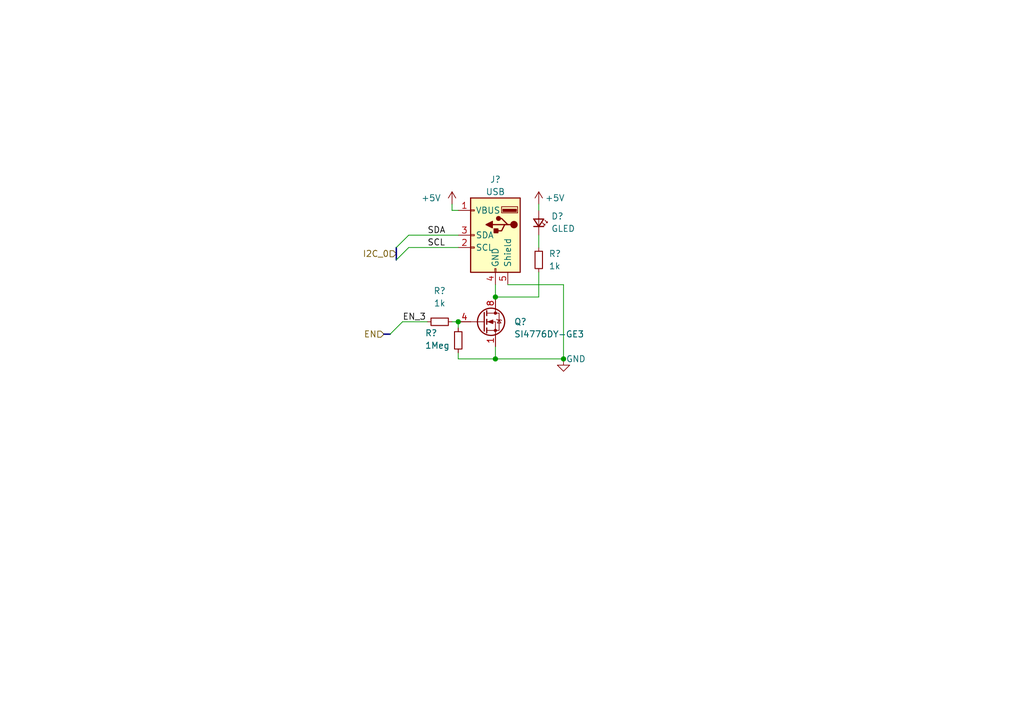
<source format=kicad_sch>
(kicad_sch (version 20211123) (generator eeschema)
  (paper "A5")
  (title_block (date "2022-12-27") (rev "0.1") (company "ncAudio"))
  (lib_symbols
    (symbol "Device:LED_Small" (pin_numbers hide) (pin_names (offset 0.254) hide)
      (property "Reference" "D" (at -1.27 3.175 0))
      (property "Value" "LED_Small" (at -4.445 -2.54 0))
      (symbol "LED_Small_0_1"
        (polyline (pts (xy -0.762 -1.016) (xy -0.762 1.016)) (stroke (width 0.254)))
        (polyline (pts (xy 1.016 0) (xy -0.762 0)))
        (polyline (pts (xy 0.762 -1.016) (xy -0.762 0) (xy 0.762 1.016) (xy 0.762 -1.016)) (stroke (width 0.254)))
        (polyline (pts (xy 0 0.762) (xy -0.508 1.27) (xy -0.254 1.27) (xy -0.508 1.27) (xy -0.508 1.016)))
        (polyline (pts (xy 0.508 1.27) (xy 0 1.778) (xy 0.254 1.778) (xy 0 1.778) (xy 0 1.524)))
      )
      (symbol "LED_Small_1_1"
        (pin passive line (at -2.54 0 0) (length 1.778) (name "K") (number "1"))
        (pin passive line (at 2.54 0 180) (length 1.778) (name "A") (number "2"))
      )
    )
    (symbol "Device:R_Small" (pin_numbers hide) (pin_names (offset 0.254) hide)
      (property "Reference" "R" (at 0.762 0.508 0))
      (property "Value" "R_Small" (at 0.762 -1.016 0))
      (symbol "R_Small_0_1"
        (rectangle (start -0.762 1.778) (end 0.762 -1.778) (stroke (width 0.2032)))
      )
      (symbol "R_Small_1_1"
        (pin passive line (at 0 2.54 270) (length 0.762) (name "~") (number "1"))
        (pin passive line (at 0 -2.54 90) (length 0.762) (name "~") (number "2"))
      )
    )
    (symbol "Transistor_FET:Si4162DY" (pin_names hide)
      (property "Reference" "Q" (at 5.08 2.54 0))
      (property "Value" "Si4162DY" (at 5.08 0 0))
      (symbol "Si4162DY_0_1"
        (polyline (pts (xy 0.254 0) (xy -2.54 0)))
        (polyline (pts (xy 0.254 1.905) (xy 0.254 -1.905)) (stroke (width 0.254)))
        (polyline (pts (xy 0.762 -1.27) (xy 0.762 -2.286)) (stroke (width 0.254)))
        (polyline (pts (xy 0.762 0.508) (xy 0.762 -0.508)) (stroke (width 0.254)))
        (polyline (pts (xy 0.762 2.286) (xy 0.762 1.27)) (stroke (width 0.254)))
        (polyline (pts (xy 2.54 2.54) (xy 2.54 1.778)))
        (polyline (pts (xy 2.54 -2.54) (xy 2.54 0) (xy 0.762 0)))
        (polyline (pts (xy 0.762 -1.778) (xy 3.302 -1.778) (xy 3.302 1.778) (xy 0.762 1.778)))
        (polyline (pts (xy 1.016 0) (xy 2.032 0.381) (xy 2.032 -0.381) (xy 1.016 0)) (fill (type outline)))
        (polyline (pts (xy 2.794 0.508) (xy 2.921 0.381) (xy 3.683 0.381) (xy 3.81 0.254)))
        (polyline (pts (xy 3.302 0.381) (xy 2.921 -0.254) (xy 3.683 -0.254) (xy 3.302 0.381)))
        (circle (center 1.651 0) (radius 2.794) (stroke (width 0.254)))
        (circle (center 2.54 -1.778) (radius 0.254) (fill (type outline)))
        (circle (center 2.54 1.778) (radius 0.254) (fill (type outline)))
      )
      (symbol "Si4162DY_1_1"
        (pin passive line (at 2.54 -5.08 90) (length 2.54) (name "S") (number "1"))
        (pin passive line (at 2.54 -5.08 90) (length 2.54) hide (name "S") (number "2"))
        (pin passive line (at 2.54 -5.08 90) (length 2.54) hide (name "S") (number "3"))
        (pin input line (at -5.08 0 0) (length 2.54) (name "G") (number "4"))
        (pin passive line (at 2.54 5.08 270) (length 2.54) hide (name "D") (number "5"))
        (pin passive line (at 2.54 5.08 270) (length 2.54) hide (name "D") (number "6"))
        (pin passive line (at 2.54 5.08 270) (length 2.54) hide (name "D") (number "7"))
        (pin passive line (at 2.54 5.08 270) (length 2.54) (name "D") (number "8"))
      )
    )
    (symbol "USB_A_1" (pin_names (offset 1.016))
      (property "Reference" "J?" (at -8.89 6.35 0))
      (property "Value" "USB_A_1" (at -8.89 3.81 0))
      (symbol "USB_A_1_0_1"
        (rectangle (start -5.08 -7.62) (end 5.08 7.62) (stroke (width 0.254)) (fill (type background)))
        (circle (center -3.81 2.159) (radius 0.635) (stroke (width 0.254)) (fill (type outline)))
        (rectangle (start -1.524 4.826) (end -4.318 5.334) (fill (type outline)))
        (rectangle (start -1.27 4.572) (end -4.572 5.842))
        (circle (center -0.635 3.429) (radius 0.381) (stroke (width 0.254)) (fill (type outline)))
        (rectangle (start -0.127 -7.62) (end 0.127 -6.858))
        (polyline (pts (xy -3.175 2.159) (xy -2.54 2.159) (xy -1.27 3.429) (xy -0.635 3.429)) (stroke (width 0.254)))
        (polyline (pts (xy -2.54 2.159) (xy -1.905 2.159) (xy -1.27 0.889) (xy 0 0.889)) (stroke (width 0.254)))
        (polyline (pts (xy 0.635 2.794) (xy 0.635 1.524) (xy 1.905 2.159) (xy 0.635 2.794)) (stroke (width 0.254)) (fill (type outline)))
        (rectangle (start 0.254 1.27) (end -0.508 0.508) (stroke (width 0.254)) (fill (type outline)))
        (rectangle (start 5.08 -2.667) (end 4.318 -2.413))
        (rectangle (start 5.08 -0.127) (end 4.318 0.127))
        (rectangle (start 5.08 4.953) (end 4.318 5.207))
      )
      (symbol "USB_A_1_1_1"
        (polyline (pts (xy -1.905 2.159) (xy 0.635 2.159)) (stroke (width 0.254)))
        (pin power_in line (at 7.62 5.08 180) (length 2.54) (name "VBUS") (number "1"))
        (pin bidirectional line (at 7.62 -2.54 180) (length 2.54) (name "SCL") (number "2"))
        (pin bidirectional line (at 7.62 0 180) (length 2.54) (name "SDA") (number "3"))
        (pin power_in line (at 0 -10.16 90) (length 2.54) (name "GND") (number "4"))
        (pin passive line (at -2.54 -10.16 90) (length 2.54) (name "Shield") (number "5"))
      )
    )
    (symbol "power:+5V" (power) (pin_names (offset 0))
      (property "Value" "+5V" (at 0 3.556 0))
      (symbol "+5V_0_1"
        (polyline (pts (xy -0.762 1.27) (xy 0 2.54)))
        (polyline (pts (xy 0 0) (xy 0 2.54)))
        (polyline (pts (xy 0 2.54) (xy 0.762 1.27)))
      )
      (symbol "+5V_1_1"
        (pin power_in line (at 0 0 90) (length 0) hide (name "+5V") (number "1"))
      )
    )
    (symbol "power:GND" (power) (pin_names (offset 0))
      (property "Value" "GND" (at 0 -3.81 0))
      (symbol "GND_0_1"
        (polyline (pts (xy 0 0) (xy 0 -1.27) (xy 1.27 -1.27) (xy 0 -2.54) (xy -1.27 -1.27) (xy 0 -1.27)))
      )
      (symbol "GND_1_1"
        (pin power_in line (at 0 0 270) (length 0) hide (name "GND") (number "1"))
      )
    )
  )
  (junction (at 101.6 60.96))
  (junction (at 93.98 66.04))
  (junction (at 115.57 73.66))
  (junction (at 101.6 73.66))
  (bus_entry (at 83.82 48.26) (size -2.54 2.54))
  (bus_entry (at 83.82 50.8) (size -2.54 2.54))
  (bus_entry (at 82.55 66.04) (size -2.54 2.54))
  (wire (pts (xy 110.49 41.91) (xy 110.49 43.18)))
  (wire (pts (xy 110.49 55.88) (xy 110.49 60.96)))
  (wire (pts (xy 101.6 73.66) (xy 115.57 73.66)))
  (wire (pts (xy 92.71 66.04) (xy 93.98 66.04)))
  (wire (pts (xy 83.82 48.26) (xy 93.98 48.26)))
  (wire (pts (xy 115.57 58.42) (xy 104.14 58.42)))
  (wire (pts (xy 115.57 73.66) (xy 115.57 58.42)))
  (wire (pts (xy 93.98 72.39) (xy 93.98 73.66)))
  (wire (pts (xy 92.71 41.91) (xy 92.71 43.18)))
  (wire (pts (xy 83.82 50.8) (xy 93.98 50.8)))
  (wire (pts (xy 101.6 58.42) (xy 101.6 60.96)))
  (wire (pts (xy 92.71 43.18) (xy 93.98 43.18)))
  (wire (pts (xy 93.98 66.04) (xy 93.98 67.31)))
  (bus (pts (xy 78.74 68.58) (xy 80.01 68.58)))
  (wire (pts (xy 82.55 66.04) (xy 87.63 66.04)))
  (wire (pts (xy 101.6 73.66) (xy 101.6 71.12)))
  (wire (pts (xy 93.98 73.66) (xy 101.6 73.66)))
  (wire (pts (xy 110.49 60.96) (xy 101.6 60.96)))
  (bus (pts (xy 81.28 50.8) (xy 81.28 53.34)))
  (wire (pts (xy 110.49 48.26) (xy 110.49 50.8)))
  (label "SDA" (at 87.63 48.26 0))
  (label "EN_3" (at 82.55 66.04 0))
  (label "SCL" (at 87.6284 50.8 0))
  (hierarchical_label "EN" (shape input) (at 78.74 68.58 180))
  (hierarchical_label "I2C_0" (shape input) (at 81.28 52.07 180))
  (symbol (lib_id "Device:LED_Small") (at 110.49 45.72 270) (mirror x) (unit 1)
    (property "Reference" "D?" (at 113.03 44.3864 90) (effects (justify left)))
    (property "Value" "GLED" (at 113.03 46.9264 90) (effects (justify left)))
  )
  (symbol (lib_id "power:+5V") (at 110.49 41.91 0) (unit 1)
    (property "Reference" "#PWR?" (effects hide))
    (property "Value" "~" (at 111.76 40.64 0) (effects (justify left)))
  )
  (symbol (lib_id "Device:R_Small") (at 93.98 69.85 0) (unit 1)
    (property "Reference" "R?" (at 87.1354 68.3555 0) (effects (justify left)))
    (property "Value" "1Meg" (at 87.1354 70.8955 0) (effects (justify left)))
  )
  (symbol (lib_id "power:GND") (at 115.57 73.66 0) (unit 1)
    (property "Reference" "#PWR?" (effects hide))
    (property "Value" "~" (at 118.11 73.66 0))
  )
  (symbol (lib_id "Device:R_Small") (at 110.49 53.34 180) (unit 1)
    (property "Reference" "R?" (at 112.5301 52.0699 0) (effects (justify right)))
    (property "Value" "1k" (at 112.5301 54.6099 0) (effects (justify right)))
  )
  (symbol (lib_id "Transistor_FET:Si4162DY") (at 99.06 66.04 0) (unit 1)
    (property "Reference" "Q?" (at 105.41 66.04 0) (effects (justify left)))
    (property "Value" "SI4776DY-GE3" (at 105.41 68.58 0) (effects (justify left)))
    (property "Datasheet" "http://www.vishay.com/docs/68967/si4162dy.pdf" (effects hide))
  )
  (symbol (lib_id "Device:R_Small") (at 90.17 66.04 90) (unit 1)
    (property "Reference" "R?" (at 90.17 59.69 90))
    (property "Value" "1k" (at 90.17 62.23 90))
  )
  (symbol (lib_name "USB_A_1") (lib_id "Connector:USB_A") (at 101.6 48.26 0) (mirror y) (unit 1)
    (property "Reference" "J?" (at 101.6 36.83 0))
    (property "Value" "USB" (at 101.6 39.37 0))
    (property "Datasheet" " ~" (effects hide))
  )
  (symbol (lib_id "power:+5V") (at 92.71 41.91 0) (unit 1)
    (property "Reference" "#PWR?" (effects hide))
    (property "Value" "~" (at 86.36 40.64 0) (effects (justify left)))
  )
)
</source>
